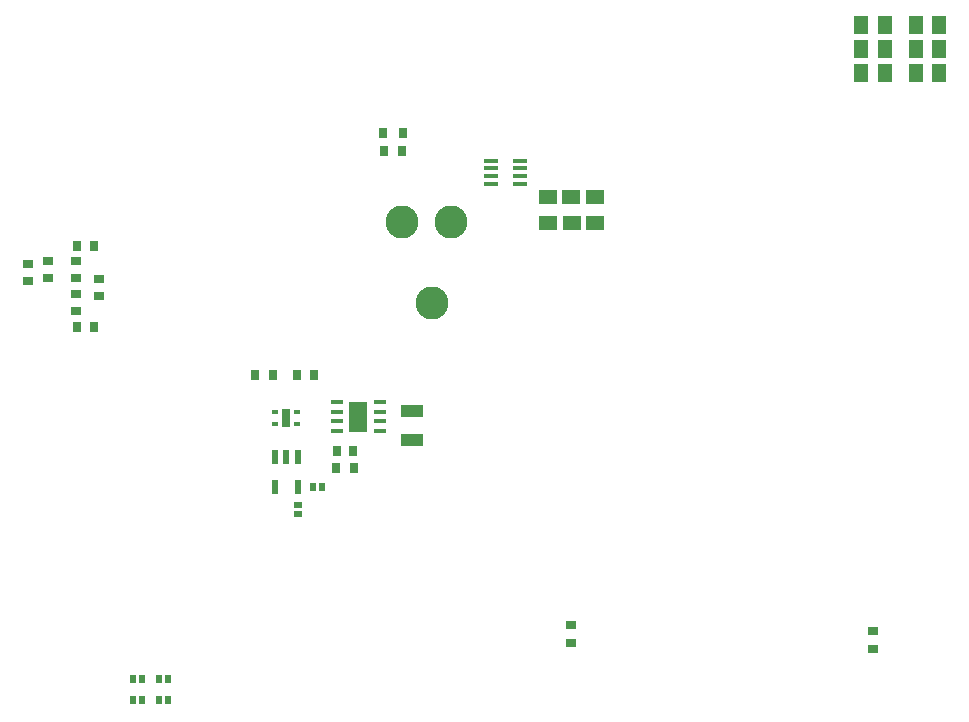
<source format=gtp>
G04*
G04 #@! TF.GenerationSoftware,Altium Limited,Altium Designer,19.0.10 (269)*
G04*
G04 Layer_Color=8421504*
%FSLAX25Y25*%
%MOIN*%
G70*
G01*
G75*
%ADD21C,0.11000*%
%ADD22R,0.05906X0.04724*%
%ADD23R,0.04724X0.01772*%
%ADD24R,0.03543X0.02756*%
%ADD25R,0.04724X0.05906*%
%ADD26R,0.01968X0.03150*%
%ADD27R,0.03937X0.01575*%
%ADD28R,0.05906X0.09843*%
%ADD29R,0.02756X0.03543*%
%ADD30R,0.03150X0.03543*%
%ADD31R,0.02362X0.04528*%
%ADD32R,0.03150X0.01968*%
%ADD33R,0.02165X0.01378*%
%ADD34R,0.02756X0.06299*%
%ADD35R,0.03543X0.03150*%
%ADD36R,0.02756X0.03740*%
%ADD37R,0.07480X0.04331*%
D21*
X-35000Y60500D02*
D03*
X-45000Y87500D02*
D03*
X-28500D02*
D03*
D22*
X3626Y95563D02*
D03*
X19374D02*
D03*
X11500D02*
D03*
X3752Y87063D02*
D03*
X19500D02*
D03*
X11626D02*
D03*
D23*
X-5579Y107839D02*
D03*
Y105280D02*
D03*
Y102720D02*
D03*
Y100161D02*
D03*
X-15421D02*
D03*
Y102720D02*
D03*
Y105280D02*
D03*
Y107839D02*
D03*
D24*
X11500Y-52953D02*
D03*
Y-47047D02*
D03*
X-169500Y67547D02*
D03*
Y73453D02*
D03*
X112185Y-49047D02*
D03*
Y-54953D02*
D03*
X-163000Y68547D02*
D03*
Y74453D02*
D03*
X-153500Y63453D02*
D03*
Y57547D02*
D03*
X-153500Y68547D02*
D03*
Y74453D02*
D03*
D25*
X134000Y137126D02*
D03*
Y152874D02*
D03*
Y145000D02*
D03*
X126500Y137126D02*
D03*
Y152874D02*
D03*
Y145000D02*
D03*
X116000Y137126D02*
D03*
Y152874D02*
D03*
Y145000D02*
D03*
X108000Y137126D02*
D03*
Y152874D02*
D03*
Y145000D02*
D03*
D26*
X-131500Y-65000D02*
D03*
X-134500D02*
D03*
X-123000D02*
D03*
X-126000D02*
D03*
Y-72000D02*
D03*
X-123000D02*
D03*
X-134500D02*
D03*
X-131500D02*
D03*
X-74500Y-1000D02*
D03*
X-71500D02*
D03*
D27*
X-52217Y17776D02*
D03*
Y20925D02*
D03*
Y24075D02*
D03*
Y27224D02*
D03*
X-66783D02*
D03*
Y24075D02*
D03*
Y20925D02*
D03*
Y17776D02*
D03*
D28*
X-59500Y22500D02*
D03*
D29*
X-66953Y5500D02*
D03*
X-61047D02*
D03*
X-93843Y36500D02*
D03*
X-87937D02*
D03*
X-74158Y36500D02*
D03*
X-80063D02*
D03*
X-45047Y111000D02*
D03*
X-50953D02*
D03*
D30*
X-61244Y11185D02*
D03*
X-66756D02*
D03*
X-147744Y52500D02*
D03*
X-153256D02*
D03*
X-147744Y79500D02*
D03*
X-153256D02*
D03*
D31*
X-79760Y8921D02*
D03*
X-83500D02*
D03*
X-87240D02*
D03*
Y-921D02*
D03*
X-79760D02*
D03*
D32*
X-79500Y-10000D02*
D03*
Y-7000D02*
D03*
D33*
X-80059Y20000D02*
D03*
Y23937D02*
D03*
X-87343D02*
D03*
Y20000D02*
D03*
D34*
X-83701Y21969D02*
D03*
D35*
X-146000Y68256D02*
D03*
Y62744D02*
D03*
D36*
X-51445Y117000D02*
D03*
X-44555D02*
D03*
D37*
X-41500Y14579D02*
D03*
Y24421D02*
D03*
M02*

</source>
